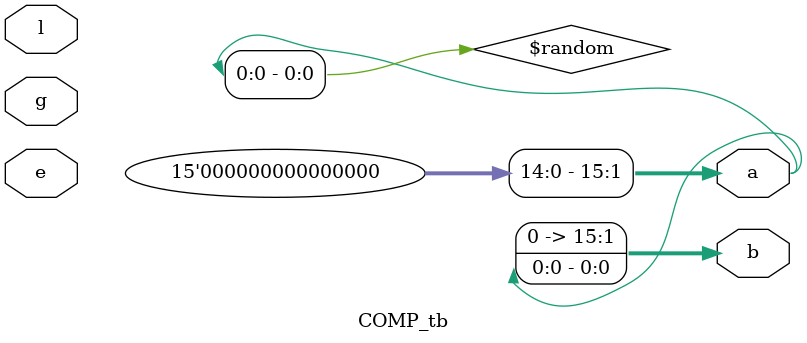
<source format=v>
module COMP(a,b,g,l,e);
     parameter IN=16;
     input [IN-1:0]a,b;
     output g,l,e;

     assign {g,l,e}={a>b,a<b,a==b};

 endmodule

     //testbench
     module COMP_tb(g,l,e,a,b);
         parameter IN=16;
         input g,l,e;
         output reg [IN-1:0]a,b;
          
      initial 
      repeat(15)
      begin
       a=$random;b=$random;#10;
       end
       initial
       $monitor("a=%b b=%b g=%b l=%b e=%b Time=%0t",a,b,g,l,e,$time);
       endmodule

</source>
